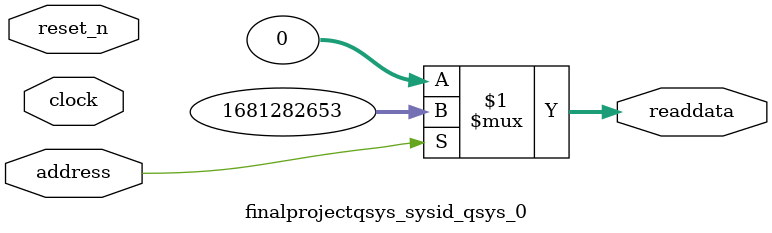
<source format=v>



// synthesis translate_off
`timescale 1ns / 1ps
// synthesis translate_on

// turn off superfluous verilog processor warnings 
// altera message_level Level1 
// altera message_off 10034 10035 10036 10037 10230 10240 10030 

module finalprojectqsys_sysid_qsys_0 (
               // inputs:
                address,
                clock,
                reset_n,

               // outputs:
                readdata
             )
;

  output  [ 31: 0] readdata;
  input            address;
  input            clock;
  input            reset_n;

  wire    [ 31: 0] readdata;
  //control_slave, which is an e_avalon_slave
  assign readdata = address ? 1681282653 : 0;

endmodule



</source>
